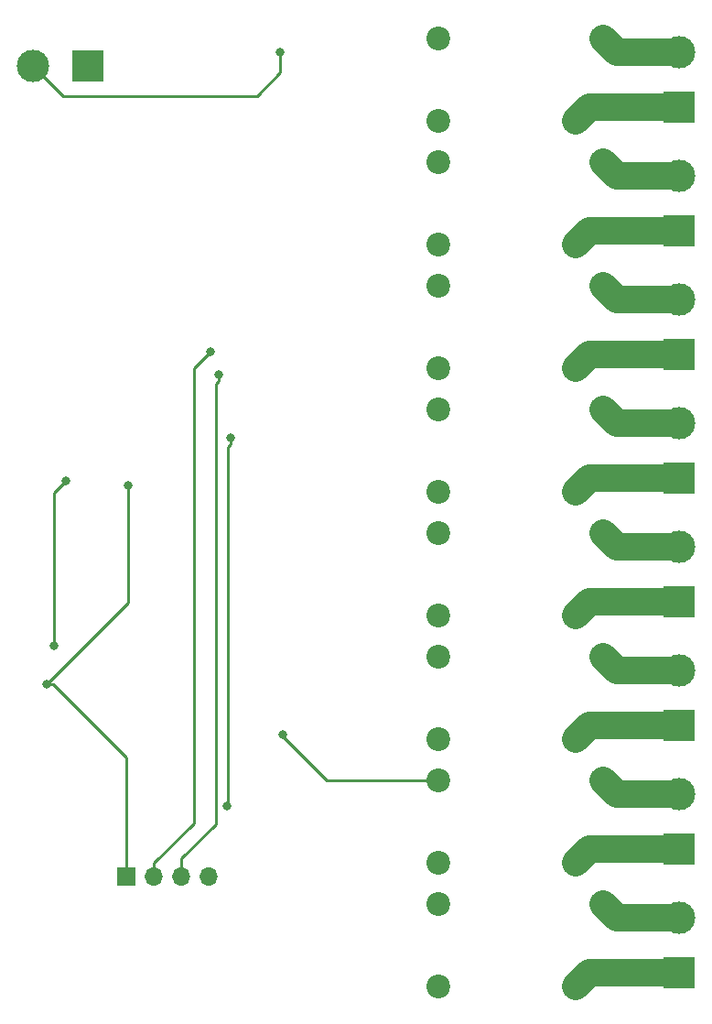
<source format=gbr>
G04 #@! TF.GenerationSoftware,KiCad,Pcbnew,5.0.0-fee4fd1~66~ubuntu16.04.1*
G04 #@! TF.CreationDate,2018-10-04T10:54:54+02:00*
G04 #@! TF.ProjectId,8Relays,3852656C6179732E6B696361645F7063,rev?*
G04 #@! TF.SameCoordinates,Original*
G04 #@! TF.FileFunction,Copper,L2,Bot,Signal*
G04 #@! TF.FilePolarity,Positive*
%FSLAX46Y46*%
G04 Gerber Fmt 4.6, Leading zero omitted, Abs format (unit mm)*
G04 Created by KiCad (PCBNEW 5.0.0-fee4fd1~66~ubuntu16.04.1) date Thu Oct  4 10:54:54 2018*
%MOMM*%
%LPD*%
G01*
G04 APERTURE LIST*
G04 #@! TA.AperFunction,ComponentPad*
%ADD10C,2.200000*%
G04 #@! TD*
G04 #@! TA.AperFunction,ComponentPad*
%ADD11R,3.000000X3.000000*%
G04 #@! TD*
G04 #@! TA.AperFunction,ComponentPad*
%ADD12C,3.000000*%
G04 #@! TD*
G04 #@! TA.AperFunction,ComponentPad*
%ADD13R,1.700000X1.700000*%
G04 #@! TD*
G04 #@! TA.AperFunction,ComponentPad*
%ADD14O,1.700000X1.700000*%
G04 #@! TD*
G04 #@! TA.AperFunction,ViaPad*
%ADD15C,0.800000*%
G04 #@! TD*
G04 #@! TA.AperFunction,Conductor*
%ADD16C,0.250000*%
G04 #@! TD*
G04 #@! TA.AperFunction,Conductor*
%ADD17C,2.500000*%
G04 #@! TD*
G04 APERTURE END LIST*
D10*
G04 #@! TO.P,K7,1*
G04 #@! TO.N,/OUT7*
X172720000Y-123190000D03*
G04 #@! TO.P,K7,2*
G04 #@! TO.N,/5V*
X172720000Y-115570000D03*
G04 #@! TO.P,K7,4*
G04 #@! TO.N,Net-(J8-Pad1)*
X185420000Y-123190000D03*
G04 #@! TO.P,K7,3*
G04 #@! TO.N,Net-(J8-Pad2)*
X187960000Y-115570000D03*
G04 #@! TD*
D11*
G04 #@! TO.P,J1,1*
G04 #@! TO.N,/5V*
X140335000Y-49530000D03*
D12*
G04 #@! TO.P,J1,2*
G04 #@! TO.N,/GND*
X135255000Y-49530000D03*
G04 #@! TD*
D11*
G04 #@! TO.P,J2,1*
G04 #@! TO.N,Net-(J2-Pad1)*
X195000000Y-53340000D03*
D12*
G04 #@! TO.P,J2,2*
G04 #@! TO.N,Net-(J2-Pad2)*
X195000000Y-48260000D03*
G04 #@! TD*
G04 #@! TO.P,J3,2*
G04 #@! TO.N,Net-(J3-Pad2)*
X195000000Y-59690000D03*
D11*
G04 #@! TO.P,J3,1*
G04 #@! TO.N,Net-(J3-Pad1)*
X195000000Y-64770000D03*
G04 #@! TD*
G04 #@! TO.P,J4,1*
G04 #@! TO.N,Net-(J4-Pad1)*
X195000000Y-76200000D03*
D12*
G04 #@! TO.P,J4,2*
G04 #@! TO.N,Net-(J4-Pad2)*
X195000000Y-71120000D03*
G04 #@! TD*
G04 #@! TO.P,J5,2*
G04 #@! TO.N,Net-(J5-Pad2)*
X195000000Y-82550000D03*
D11*
G04 #@! TO.P,J5,1*
G04 #@! TO.N,Net-(J5-Pad1)*
X195000000Y-87630000D03*
G04 #@! TD*
G04 #@! TO.P,J6,1*
G04 #@! TO.N,Net-(J6-Pad1)*
X195000000Y-99060000D03*
D12*
G04 #@! TO.P,J6,2*
G04 #@! TO.N,Net-(J6-Pad2)*
X195000000Y-93980000D03*
G04 #@! TD*
G04 #@! TO.P,J7,2*
G04 #@! TO.N,Net-(J7-Pad2)*
X195000000Y-105410000D03*
D11*
G04 #@! TO.P,J7,1*
G04 #@! TO.N,Net-(J7-Pad1)*
X195000000Y-110490000D03*
G04 #@! TD*
G04 #@! TO.P,J8,1*
G04 #@! TO.N,Net-(J8-Pad1)*
X195000000Y-121920000D03*
D12*
G04 #@! TO.P,J8,2*
G04 #@! TO.N,Net-(J8-Pad2)*
X195000000Y-116840000D03*
G04 #@! TD*
G04 #@! TO.P,J9,2*
G04 #@! TO.N,Net-(J9-Pad2)*
X195000000Y-128270000D03*
D11*
G04 #@! TO.P,J9,1*
G04 #@! TO.N,Net-(J9-Pad1)*
X195000000Y-133350000D03*
G04 #@! TD*
D10*
G04 #@! TO.P,K1,3*
G04 #@! TO.N,Net-(J2-Pad2)*
X187960000Y-46990000D03*
G04 #@! TO.P,K1,4*
G04 #@! TO.N,Net-(J2-Pad1)*
X185420000Y-54610000D03*
G04 #@! TO.P,K1,2*
G04 #@! TO.N,/5V*
X172720000Y-46990000D03*
G04 #@! TO.P,K1,1*
G04 #@! TO.N,/OUT1*
X172720000Y-54610000D03*
G04 #@! TD*
G04 #@! TO.P,K2,1*
G04 #@! TO.N,/OUT2*
X172720000Y-66040000D03*
G04 #@! TO.P,K2,2*
G04 #@! TO.N,/5V*
X172720000Y-58420000D03*
G04 #@! TO.P,K2,4*
G04 #@! TO.N,Net-(J3-Pad1)*
X185420000Y-66040000D03*
G04 #@! TO.P,K2,3*
G04 #@! TO.N,Net-(J3-Pad2)*
X187960000Y-58420000D03*
G04 #@! TD*
G04 #@! TO.P,K3,3*
G04 #@! TO.N,Net-(J4-Pad2)*
X187960000Y-69850000D03*
G04 #@! TO.P,K3,4*
G04 #@! TO.N,Net-(J4-Pad1)*
X185420000Y-77470000D03*
G04 #@! TO.P,K3,2*
G04 #@! TO.N,/5V*
X172720000Y-69850000D03*
G04 #@! TO.P,K3,1*
G04 #@! TO.N,/OUT3*
X172720000Y-77470000D03*
G04 #@! TD*
G04 #@! TO.P,K4,1*
G04 #@! TO.N,/OUT4*
X172720000Y-88900000D03*
G04 #@! TO.P,K4,2*
G04 #@! TO.N,/5V*
X172720000Y-81280000D03*
G04 #@! TO.P,K4,4*
G04 #@! TO.N,Net-(J5-Pad1)*
X185420000Y-88900000D03*
G04 #@! TO.P,K4,3*
G04 #@! TO.N,Net-(J5-Pad2)*
X187960000Y-81280000D03*
G04 #@! TD*
G04 #@! TO.P,K5,1*
G04 #@! TO.N,/OUT5*
X172720000Y-100330000D03*
G04 #@! TO.P,K5,2*
G04 #@! TO.N,/5V*
X172720000Y-92710000D03*
G04 #@! TO.P,K5,4*
G04 #@! TO.N,Net-(J6-Pad1)*
X185420000Y-100330000D03*
G04 #@! TO.P,K5,3*
G04 #@! TO.N,Net-(J6-Pad2)*
X187960000Y-92710000D03*
G04 #@! TD*
G04 #@! TO.P,K6,3*
G04 #@! TO.N,Net-(J7-Pad2)*
X187960000Y-104140000D03*
G04 #@! TO.P,K6,4*
G04 #@! TO.N,Net-(J7-Pad1)*
X185420000Y-111760000D03*
G04 #@! TO.P,K6,2*
G04 #@! TO.N,/5V*
X172720000Y-104140000D03*
G04 #@! TO.P,K6,1*
G04 #@! TO.N,/OUT6*
X172720000Y-111760000D03*
G04 #@! TD*
G04 #@! TO.P,K8,3*
G04 #@! TO.N,Net-(J9-Pad2)*
X187960000Y-127000000D03*
G04 #@! TO.P,K8,4*
G04 #@! TO.N,Net-(J9-Pad1)*
X185420000Y-134620000D03*
G04 #@! TO.P,K8,2*
G04 #@! TO.N,/5V*
X172720000Y-127000000D03*
G04 #@! TO.P,K8,1*
G04 #@! TO.N,/OUT8*
X172720000Y-134620000D03*
G04 #@! TD*
D13*
G04 #@! TO.P,J10,1*
G04 #@! TO.N,/3V3*
X143891000Y-124460000D03*
D14*
G04 #@! TO.P,J10,2*
G04 #@! TO.N,/TXD*
X146431000Y-124460000D03*
G04 #@! TO.P,J10,3*
G04 #@! TO.N,/RXD*
X148971000Y-124460000D03*
G04 #@! TO.P,J10,4*
G04 #@! TO.N,/GND*
X151511000Y-124460000D03*
G04 #@! TD*
D15*
G04 #@! TO.N,/5V*
X158369000Y-111379004D03*
G04 #@! TO.N,/GND*
X158115000Y-48260000D03*
G04 #@! TO.N,/3V3*
X136524994Y-106680000D03*
X144018000Y-88347000D03*
G04 #@! TO.N,/SER*
X138312000Y-87875000D03*
X137160000Y-103124000D03*
G04 #@! TO.N,/TXD*
X151638000Y-75946000D03*
G04 #@! TO.N,/RXD*
X152400000Y-78105000D03*
G04 #@! TO.N,Net-(R10-Pad2)*
X153543000Y-83947000D03*
X153162000Y-117983000D03*
G04 #@! TD*
D16*
G04 #@! TO.N,/5V*
X158369000Y-111506000D02*
X158369000Y-111379004D01*
X162433000Y-115570000D02*
X158369000Y-111506000D01*
X172720000Y-115570000D02*
X162433000Y-115570000D01*
G04 #@! TO.N,/GND*
X158115000Y-50165000D02*
X158115000Y-48260000D01*
X155956000Y-52324000D02*
X158115000Y-50165000D01*
X138049000Y-52324000D02*
X155956000Y-52324000D01*
X135255000Y-49530000D02*
X138049000Y-52324000D01*
G04 #@! TO.N,/3V3*
X143891000Y-113480321D02*
X143891000Y-123360000D01*
X143891000Y-123360000D02*
X143891000Y-124460000D01*
X137090679Y-106680000D02*
X143891000Y-113480321D01*
X136524994Y-106680000D02*
X137090679Y-106680000D01*
X136924993Y-106280001D02*
X136924999Y-106280001D01*
X136524994Y-106680000D02*
X136924993Y-106280001D01*
X144018000Y-99187000D02*
X144018000Y-88347000D01*
X136924999Y-106280001D02*
X144018000Y-99187000D01*
D17*
G04 #@! TO.N,Net-(J2-Pad1)*
X186690000Y-53340000D02*
X185420000Y-54610000D01*
X195000000Y-53340000D02*
X186690000Y-53340000D01*
G04 #@! TO.N,Net-(J2-Pad2)*
X189230000Y-48260000D02*
X187960000Y-46990000D01*
X195000000Y-48260000D02*
X189230000Y-48260000D01*
G04 #@! TO.N,Net-(J3-Pad2)*
X189230000Y-59690000D02*
X187960000Y-58420000D01*
X195000000Y-59690000D02*
X189230000Y-59690000D01*
G04 #@! TO.N,Net-(J3-Pad1)*
X186690000Y-64770000D02*
X185420000Y-66040000D01*
X195000000Y-64770000D02*
X186690000Y-64770000D01*
G04 #@! TO.N,Net-(J4-Pad1)*
X186690000Y-76200000D02*
X185420000Y-77470000D01*
X195000000Y-76200000D02*
X186690000Y-76200000D01*
G04 #@! TO.N,Net-(J4-Pad2)*
X189230000Y-71120000D02*
X187960000Y-69850000D01*
X195000000Y-71120000D02*
X189230000Y-71120000D01*
G04 #@! TO.N,Net-(J5-Pad2)*
X189230000Y-82550000D02*
X187960000Y-81280000D01*
X195000000Y-82550000D02*
X189230000Y-82550000D01*
G04 #@! TO.N,Net-(J5-Pad1)*
X186690000Y-87630000D02*
X185420000Y-88900000D01*
X195000000Y-87630000D02*
X186690000Y-87630000D01*
G04 #@! TO.N,Net-(J6-Pad1)*
X186690000Y-99060000D02*
X185420000Y-100330000D01*
X195000000Y-99060000D02*
X186690000Y-99060000D01*
G04 #@! TO.N,Net-(J6-Pad2)*
X189230000Y-93980000D02*
X187960000Y-92710000D01*
X195000000Y-93980000D02*
X189230000Y-93980000D01*
G04 #@! TO.N,Net-(J7-Pad2)*
X189230000Y-105410000D02*
X187960000Y-104140000D01*
X195000000Y-105410000D02*
X189230000Y-105410000D01*
G04 #@! TO.N,Net-(J7-Pad1)*
X186690000Y-110490000D02*
X185420000Y-111760000D01*
X195000000Y-110490000D02*
X186690000Y-110490000D01*
G04 #@! TO.N,Net-(J8-Pad1)*
X186690000Y-121920000D02*
X185420000Y-123190000D01*
X195000000Y-121920000D02*
X186690000Y-121920000D01*
G04 #@! TO.N,Net-(J8-Pad2)*
X189230000Y-116840000D02*
X187960000Y-115570000D01*
X195000000Y-116840000D02*
X189230000Y-116840000D01*
G04 #@! TO.N,Net-(J9-Pad2)*
X189230000Y-128270000D02*
X187960000Y-127000000D01*
X195000000Y-128270000D02*
X189230000Y-128270000D01*
G04 #@! TO.N,Net-(J9-Pad1)*
X186690000Y-133350000D02*
X185420000Y-134620000D01*
X195000000Y-133350000D02*
X186690000Y-133350000D01*
D16*
G04 #@! TO.N,/SER*
X137160000Y-102324002D02*
X137160000Y-103124000D01*
X137160000Y-89027000D02*
X137160000Y-102324002D01*
X138312000Y-87875000D02*
X137160000Y-89027000D01*
G04 #@! TO.N,/TXD*
X146431000Y-123257919D02*
X150114000Y-119574919D01*
X146431000Y-124460000D02*
X146431000Y-123257919D01*
X150114000Y-77470000D02*
X151638000Y-75946000D01*
X150114000Y-119574919D02*
X150114000Y-77470000D01*
G04 #@! TO.N,/RXD*
X148971000Y-122809000D02*
X148971000Y-124460000D01*
X152400000Y-78670685D02*
X152146000Y-78924685D01*
X152146000Y-78924685D02*
X152146000Y-119634000D01*
X152400000Y-78105000D02*
X152400000Y-78670685D01*
X152146000Y-119634000D02*
X148971000Y-122809000D01*
G04 #@! TO.N,Net-(R10-Pad2)*
X153543000Y-84512685D02*
X153289000Y-84766685D01*
X153543000Y-83947000D02*
X153543000Y-84512685D01*
X153289000Y-117856000D02*
X153162000Y-117983000D01*
X153289000Y-84766685D02*
X153289000Y-117856000D01*
G04 #@! TD*
M02*

</source>
